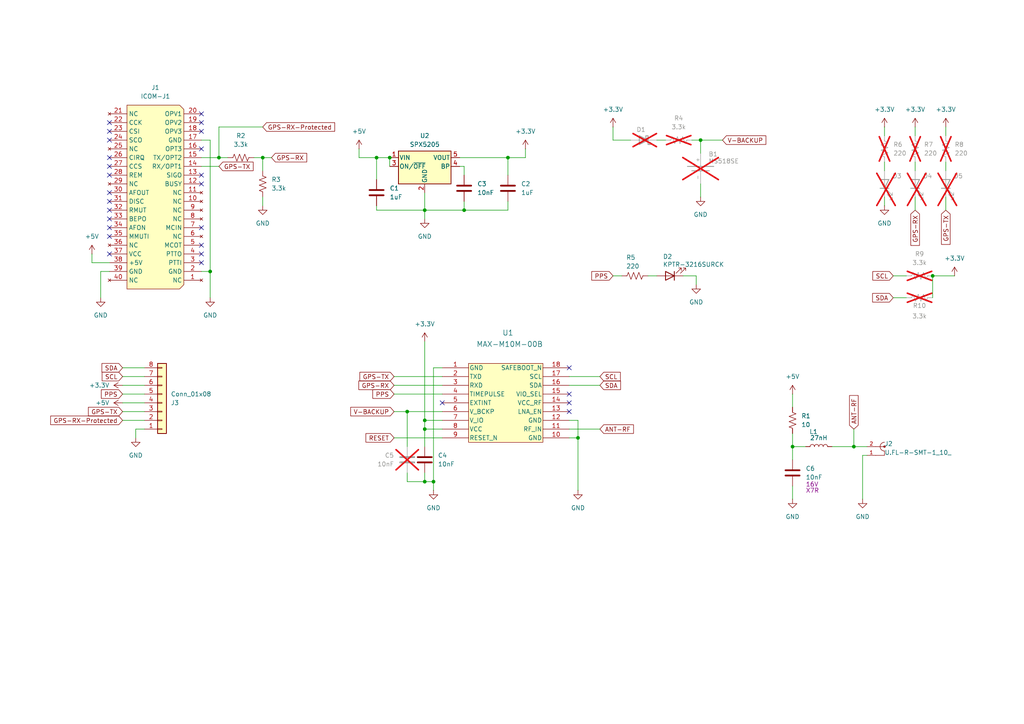
<source format=kicad_sch>
(kicad_sch (version 20231120) (generator "eeschema") (generator_version "8.0")
  (paper "A4")
  (title_block (title "ICOM Internal GPS Module") (date "2024-03-12") (rev "1.0") (company "MSF") (comment 1 "Frédéric Druppel"))
  (lib_symbols
    (symbol "2024-03-11_12-39-59:MAX-M10M-00B" (pin_names (offset 0.254))
      (property "Reference" "U" (at 18.288 7.874 0))
      (property "Value" "MAX-M10M-00B" (at 18.288 5.334 0))
      (symbol "MAX-M10M-00B_0_1"
        (pin power_out line (at 0 0 0) (length 7.62) (name "GND") (number "1"))
        (pin power_out line (at 36.83 -20.32 180) (length 7.62) (name "GND") (number "10"))
        (pin input line (at 36.83 -17.78 180) (length 7.62) (name "RF_IN") (number "11"))
        (pin power_out line (at 36.83 -15.24 180) (length 7.62) (name "GND") (number "12"))
        (pin output line (at 36.83 -12.7 180) (length 7.62) (name "LNA_EN") (number "13"))
        (pin output line (at 36.83 -10.16 180) (length 7.62) (name "VCC_RF") (number "14"))
        (pin input line (at 36.83 -7.62 180) (length 7.62) (name "VIO_SEL") (number "15"))
        (pin bidirectional line (at 36.83 -5.08 180) (length 7.62) (name "SDA") (number "16"))
        (pin input line (at 36.83 -2.54 180) (length 7.62) (name "SCL") (number "17"))
        (pin input line (at 36.83 0 180) (length 7.62) (name "SAFEBOOT_N") (number "18"))
        (pin output line (at 0 -2.54 0) (length 7.62) (name "TXD") (number "2"))
        (pin input line (at 0 -5.08 0) (length 7.62) (name "RXD") (number "3"))
        (pin output line (at 0 -7.62 0) (length 7.62) (name "TIMEPULSE") (number "4"))
        (pin input line (at 0 -10.16 0) (length 7.62) (name "EXTINT") (number "5"))
        (pin power_in line (at 0 -12.7 0) (length 7.62) (name "V_BCKP") (number "6"))
        (pin power_in line (at 0 -15.24 0) (length 7.62) (name "V_IO") (number "7"))
        (pin power_in line (at 0 -17.78 0) (length 7.62) (name "VCC") (number "8"))
        (pin input line (at 0 -20.32 0) (length 7.62) (name "RESET_N") (number "9"))
      )
      (symbol "MAX-M10M-00B_1_1"
        (rectangle (start 7.62 1.27) (end 29.21 -21.59) (fill (type background)))
      )
    )
    (symbol "Connector_Generic:Conn_01x08" (pin_names (offset 1.016) hide)
      (property "Reference" "J" (at 0 10.16 0))
      (property "Value" "Conn_01x08" (at 0 -12.7 0))
      (symbol "Conn_01x08_1_1"
        (rectangle (start -1.27 -10.033) (end 0 -10.287) (stroke (width 0.1524)))
        (rectangle (start -1.27 -7.493) (end 0 -7.747) (stroke (width 0.1524)))
        (rectangle (start -1.27 -4.953) (end 0 -5.207) (stroke (width 0.1524)))
        (rectangle (start -1.27 -2.413) (end 0 -2.667) (stroke (width 0.1524)))
        (rectangle (start -1.27 0.127) (end 0 -0.127) (stroke (width 0.1524)))
        (rectangle (start -1.27 2.667) (end 0 2.413) (stroke (width 0.1524)))
        (rectangle (start -1.27 5.207) (end 0 4.953) (stroke (width 0.1524)))
        (rectangle (start -1.27 7.747) (end 0 7.493) (stroke (width 0.1524)))
        (rectangle (start -1.27 8.89) (end 1.27 -11.43) (stroke (width 0.254)) (fill (type background)))
        (pin passive line (at -5.08 7.62 0) (length 3.81) (name "Pin_1") (number "1"))
        (pin passive line (at -5.08 5.08 0) (length 3.81) (name "Pin_2") (number "2"))
        (pin passive line (at -5.08 2.54 0) (length 3.81) (name "Pin_3") (number "3"))
        (pin passive line (at -5.08 0 0) (length 3.81) (name "Pin_4") (number "4"))
        (pin passive line (at -5.08 -2.54 0) (length 3.81) (name "Pin_5") (number "5"))
        (pin passive line (at -5.08 -5.08 0) (length 3.81) (name "Pin_6") (number "6"))
        (pin passive line (at -5.08 -7.62 0) (length 3.81) (name "Pin_7") (number "7"))
        (pin passive line (at -5.08 -10.16 0) (length 3.81) (name "Pin_8") (number "8"))
      )
    )
    (symbol "Device:C" (pin_numbers hide) (pin_names (offset 0.254))
      (property "Reference" "C" (at 0.635 2.54 0))
      (property "Value" "C" (at 0.635 -2.54 0))
      (symbol "C_0_1"
        (polyline (pts (xy -2.032 -0.762) (xy 2.032 -0.762)) (stroke (width 0.508)))
        (polyline (pts (xy -2.032 0.762) (xy 2.032 0.762)) (stroke (width 0.508)))
      )
      (symbol "C_1_1"
        (pin passive line (at 0 3.81 270) (length 2.794) (name "~") (number "1"))
        (pin passive line (at 0 -3.81 90) (length 2.794) (name "~") (number "2"))
      )
    )
    (symbol "Device:D_Schottky" (pin_numbers hide) (pin_names (offset 1.016) hide)
      (property "Reference" "D" (at 0 2.54 0))
      (property "Value" "D_Schottky" (at 0 -2.54 0))
      (symbol "D_Schottky_0_1"
        (polyline (pts (xy 1.27 0) (xy -1.27 0)))
        (polyline (pts (xy 1.27 1.27) (xy 1.27 -1.27) (xy -1.27 0) (xy 1.27 1.27)) (stroke (width 0.254)))
        (polyline (pts (xy -1.905 0.635) (xy -1.905 1.27) (xy -1.27 1.27) (xy -1.27 -1.27) (xy -0.635 -1.27) (xy -0.635 -0.635)) (stroke (width 0.254)))
      )
      (symbol "D_Schottky_1_1"
        (pin passive line (at -3.81 0 0) (length 2.54) (name "K") (number "1"))
        (pin passive line (at 3.81 0 180) (length 2.54) (name "A") (number "2"))
      )
    )
    (symbol "Device:L" (pin_numbers hide) (pin_names (offset 1.016) hide)
      (property "Reference" "L" (at -1.27 0 90))
      (property "Value" "L" (at 1.905 0 90))
      (symbol "L_0_1"
        (arc (start 0 -2.54) (mid 0.6323 -1.905) (end 0 -1.27))
        (arc (start 0 -1.27) (mid 0.6323 -0.635) (end 0 0))
        (arc (start 0 0) (mid 0.6323 0.635) (end 0 1.27))
        (arc (start 0 1.27) (mid 0.6323 1.905) (end 0 2.54))
      )
      (symbol "L_1_1"
        (pin passive line (at 0 3.81 270) (length 1.27) (name "1") (number "1"))
        (pin passive line (at 0 -3.81 90) (length 1.27) (name "2") (number "2"))
      )
    )
    (symbol "Device:LED" (pin_numbers hide) (pin_names (offset 1.016) hide)
      (property "Reference" "D" (at 0 2.54 0))
      (property "Value" "LED" (at 0 -2.54 0))
      (symbol "LED_0_1"
        (polyline (pts (xy -1.27 -1.27) (xy -1.27 1.27)) (stroke (width 0.254)))
        (polyline (pts (xy -1.27 0) (xy 1.27 0)))
        (polyline (pts (xy 1.27 -1.27) (xy 1.27 1.27) (xy -1.27 0) (xy 1.27 -1.27)) (stroke (width 0.254)))
        (polyline (pts (xy -3.048 -0.762) (xy -4.572 -2.286) (xy -3.81 -2.286) (xy -4.572 -2.286) (xy -4.572 -1.524)))
        (polyline (pts (xy -1.778 -0.762) (xy -3.302 -2.286) (xy -2.54 -2.286) (xy -3.302 -2.286) (xy -3.302 -1.524)))
      )
      (symbol "LED_1_1"
        (pin passive line (at -3.81 0 0) (length 2.54) (name "K") (number "1"))
        (pin passive line (at 3.81 0 180) (length 2.54) (name "A") (number "2"))
      )
    )
    (symbol "Device:R_US" (pin_numbers hide) (pin_names (offset 0))
      (property "Reference" "R" (at 2.54 0 90))
      (property "Value" "R_US" (at -2.54 0 90))
      (symbol "R_US_0_1"
        (polyline (pts (xy 0 -2.286) (xy 0 -2.54)))
        (polyline (pts (xy 0 2.286) (xy 0 2.54)))
        (polyline (pts (xy 0 -0.762) (xy 1.016 -1.143) (xy 0 -1.524) (xy -1.016 -1.905) (xy 0 -2.286)))
        (polyline (pts (xy 0 0.762) (xy 1.016 0.381) (xy 0 0) (xy -1.016 -0.381) (xy 0 -0.762)))
        (polyline (pts (xy 0 2.286) (xy 1.016 1.905) (xy 0 1.524) (xy -1.016 1.143) (xy 0 0.762)))
      )
      (symbol "R_US_1_1"
        (pin passive line (at 0 3.81 270) (length 1.27) (name "~") (number "1"))
        (pin passive line (at 0 -3.81 90) (length 1.27) (name "~") (number "2"))
      )
    )
    (symbol "ICOM-J1-J2:ICOM-J1"
      (property "Reference" "J" (at 5.08 7.62 0))
      (property "Value" "ICOM-J1" (at 5.08 5.08 0))
      (symbol "ICOM-J1_1_1"
        (polyline (pts (xy 5.08 -50.8) (xy 5.08 2.54) (xy 20.32 2.54) (xy 21.59 1.27) (xy 21.59 -49.53) (xy 20.32 -50.8) (xy 5.08 -50.8)) (fill (type background)))
        (pin no_connect line (at 26.67 -48.26 180) (length 5.08) (name "NC") (number "1"))
        (pin no_connect line (at 26.67 -25.4 180) (length 5.08) (name "NC") (number "10"))
        (pin no_connect line (at 26.67 -22.86 180) (length 5.08) (name "NC") (number "11"))
        (pin passive line (at 26.67 -20.32 180) (length 5.08) (name "BUSY") (number "12"))
        (pin passive line (at 26.67 -17.78 180) (length 5.08) (name "SIGO") (number "13"))
        (pin passive line (at 26.67 -15.24 180) (length 5.08) (name "RX/OPT1") (number "14"))
        (pin passive line (at 26.67 -12.7 180) (length 5.08) (name "TX/OPT2") (number "15"))
        (pin passive line (at 26.67 -10.16 180) (length 5.08) (name "OPT3") (number "16"))
        (pin passive line (at 26.67 -7.62 180) (length 5.08) (name "GND") (number "17"))
        (pin passive line (at 26.67 -5.08 180) (length 5.08) (name "OPV3") (number "18"))
        (pin passive line (at 26.67 -2.54 180) (length 5.08) (name "OPV2") (number "19"))
        (pin passive line (at 26.67 -45.72 180) (length 5.08) (name "GND") (number "2"))
        (pin passive line (at 26.67 0 180) (length 5.08) (name "OPV1") (number "20"))
        (pin no_connect line (at 0 0 0) (length 5.08) (name "NC") (number "21"))
        (pin passive line (at 0 -2.54 0) (length 5.08) (name "CCK") (number "22"))
        (pin passive line (at 0 -5.08 0) (length 5.08) (name "CSI") (number "23"))
        (pin passive line (at 0 -7.62 0) (length 5.08) (name "SCO") (number "24"))
        (pin no_connect line (at 0 -10.16 0) (length 5.08) (name "NC") (number "25"))
        (pin passive line (at 0 -12.7 0) (length 5.08) (name "CIRQ") (number "26"))
        (pin passive line (at 0 -15.24 0) (length 5.08) (name "CCS") (number "27"))
        (pin passive line (at 0 -17.78 0) (length 5.08) (name "REM") (number "28"))
        (pin no_connect line (at 0 -20.32 0) (length 5.08) (name "NC") (number "29"))
        (pin passive line (at 26.67 -43.18 180) (length 5.08) (name "PTTI") (number "3"))
        (pin passive line (at 0 -22.86 0) (length 5.08) (name "AFOUT") (number "30"))
        (pin passive line (at 0 -25.4 0) (length 5.08) (name "DISC") (number "31"))
        (pin passive line (at 0 -27.94 0) (length 5.08) (name "RMUT") (number "32"))
        (pin passive line (at 0 -30.48 0) (length 5.08) (name "BEPO") (number "33"))
        (pin passive line (at 0 -33.02 0) (length 5.08) (name "AFON") (number "34"))
        (pin passive line (at 0 -35.56 0) (length 5.08) (name "MMUTI") (number "35"))
        (pin no_connect line (at 0 -38.1 0) (length 5.08) (name "NC") (number "36"))
        (pin passive line (at 0 -40.64 0) (length 5.08) (name "VCC") (number "37"))
        (pin passive line (at 0 -43.18 0) (length 5.08) (name "+5V") (number "38"))
        (pin passive line (at 0 -45.72 0) (length 5.08) (name "GND") (number "39"))
        (pin passive line (at 26.67 -40.64 180) (length 5.08) (name "PTTO") (number "4"))
        (pin no_connect line (at 0 -48.26 0) (length 5.08) (name "NC") (number "40"))
        (pin passive line (at 26.67 -38.1 180) (length 5.08) (name "MCOT") (number "5"))
        (pin no_connect line (at 26.67 -35.56 180) (length 5.08) (name "NC") (number "6"))
        (pin passive line (at 26.67 -33.02 180) (length 5.08) (name "MCIN") (number "7"))
        (pin no_connect line (at 26.67 -30.48 180) (length 5.08) (name "NC") (number "8"))
        (pin no_connect line (at 26.67 -27.94 180) (length 5.08) (name "NC") (number "9"))
      )
    )
    (symbol "LED_1" (pin_numbers hide) (pin_names (offset 1.016) hide)
      (property "Reference" "D2" (at 2.032 -5.588 0))
      (property "Value" "KPTR-3216SURCK" (at 2.032 -3.302 0))
      (symbol "LED_1_0_1"
        (polyline (pts (xy -1.27 -1.27) (xy -1.27 1.27)) (stroke (width 0.254)))
        (polyline (pts (xy -1.27 0) (xy 1.27 0)))
        (polyline (pts (xy 1.27 -1.27) (xy 1.27 1.27) (xy -1.27 0) (xy 1.27 -1.27)) (stroke (width 0.254)))
        (polyline (pts (xy -3.048 -0.762) (xy -4.572 -2.286) (xy -3.81 -2.286) (xy -4.572 -2.286) (xy -4.572 -1.524)))
        (polyline (pts (xy -1.778 -0.762) (xy -3.302 -2.286) (xy -2.54 -2.286) (xy -3.302 -2.286) (xy -3.302 -1.524)))
      )
      (symbol "LED_1_1_1"
        (pin passive line (at 3.81 0 180) (length 2.54) (name "A") (number "1"))
        (pin passive line (at -3.81 0 0) (length 2.54) (name "K") (number "2"))
      )
    )
    (symbol "MS518SE:MS518SE" (pin_names (offset 1.016))
      (property "Reference" "B" (at 3.302 5.08 0))
      (property "Value" "MS518SE" (at 6.858 0.762 0))
      (symbol "MS518SE_0_0"
        (polyline (pts (xy -3.81 0) (xy 3.81 0)) (stroke (width 0.254)))
        (polyline (pts (xy -2.54 -1.27) (xy 2.54 -1.27)) (stroke (width 0.254)))
      )
      (symbol "MS518SE_1_0"
        (pin bidirectional line (at 0 3.81 270) (length 3.81) (name "") (number "+"))
        (pin bidirectional line (at 0 -5.08 90) (length 3.81) (name "") (number "-"))
      )
    )
    (symbol "Regulator_Linear:TC2015-3.3VxCTTR" (pin_names (offset 0.254))
      (property "Reference" "U" (at -6.35 5.715 0))
      (property "Value" "TC2015-3.3VxCTTR" (at 0 5.715 0))
      (symbol "TC2015-3.3VxCTTR_0_1"
        (rectangle (start -7.62 -5.08) (end 7.62 4.445) (stroke (width 0.254)) (fill (type background)))
      )
      (symbol "TC2015-3.3VxCTTR_1_1"
        (pin power_in line (at -10.16 2.54 0) (length 2.54) (name "VIN") (number "1"))
        (pin power_in line (at 0 -7.62 90) (length 2.54) (name "GND") (number "2"))
        (pin input line (at -10.16 0 0) (length 2.54) (name "ON/~{OFF}") (number "3"))
        (pin input line (at 10.16 0 180) (length 2.54) (name "BP") (number "4"))
        (pin power_out line (at 10.16 2.54 180) (length 2.54) (name "VOUT") (number "5"))
      )
    )
    (symbol "U.FL-R-SMT-1_10_:U.FL-R-SMT-1_10_" (pin_names (offset 1.016))
      (property "Reference" "J" (at -2.5406 5.0869 0))
      (property "Value" "U.FL-R-SMT-1_10_" (at -2.6677 -7.6346 0))
      (symbol "U.FL-R-SMT-1_10__0_0"
        (pin passive line (at -2.54 -2.54 0) (length 2.54) (name "~") (number "1"))
      )
      (symbol "U.FL-R-SMT-1_10__0_1"
        (polyline (pts (xy 0 0) (xy 2.54 0)))
      )
      (symbol "U.FL-R-SMT-1_10__1_0"
        (pin passive line (at -2.54 0 0) (length 2.54) (name "~") (number "2"))
        (pin passive line (at -2.54 -2.54 0) (length 2.54) hide (name "~") (number "3"))
      )
      (symbol "U.FL-R-SMT-1_10__1_1"
        (polyline (pts (xy 0 -2.54) (xy 2.54 -2.54) (xy 2.54 -1.27)))
        (circle (center 2.54 0) (radius 0.254) (fill (type outline)))
        (arc (start 2.54 1.27) (mid 1.27 0) (end 2.54 -1.27))
      )
    )
    (symbol "power:+3.3V" (power) (pin_numbers hide) (pin_names (offset 0) hide)
      (property "Value" "+3.3V" (at 0 3.556 0))
      (symbol "+3.3V_0_1"
        (polyline (pts (xy -0.762 1.27) (xy 0 2.54)))
        (polyline (pts (xy 0 0) (xy 0 2.54)))
        (polyline (pts (xy 0 2.54) (xy 0.762 1.27)))
      )
      (symbol "+3.3V_1_1"
        (pin power_in line (at 0 0 90) (length 0) (name "~") (number "1"))
      )
    )
    (symbol "power:+5V" (power) (pin_numbers hide) (pin_names (offset 0) hide)
      (property "Value" "+5V" (at 0 3.556 0))
      (symbol "+5V_0_1"
        (polyline (pts (xy -0.762 1.27) (xy 0 2.54)))
        (polyline (pts (xy 0 0) (xy 0 2.54)))
        (polyline (pts (xy 0 2.54) (xy 0.762 1.27)))
      )
      (symbol "+5V_1_1"
        (pin power_in line (at 0 0 90) (length 0) (name "~") (number "1"))
      )
    )
    (symbol "power:GND" (power) (pin_numbers hide) (pin_names (offset 0) hide)
      (property "Value" "GND" (at 0 -3.81 0))
      (symbol "GND_0_1"
        (polyline (pts (xy 0 0) (xy 0 -1.27) (xy 1.27 -1.27) (xy 0 -2.54) (xy -1.27 -1.27) (xy 0 -1.27)))
      )
      (symbol "GND_1_1"
        (pin power_in line (at 0 0 270) (length 0) (name "~") (number "1"))
      )
    )
  )
  (junction (at 229.87 129.54))
  (junction (at 123.19 124.46))
  (junction (at 113.03 45.72))
  (junction (at 203.2 40.64))
  (junction (at 123.19 60.96))
  (junction (at 247.65 129.54))
  (junction (at 109.22 45.72))
  (junction (at 167.64 127))
  (junction (at 147.32 45.72))
  (junction (at 270.51 80.01))
  (junction (at 118.11 119.38))
  (junction (at 125.73 139.7))
  (junction (at 63.5 45.72))
  (junction (at 76.2 45.72))
  (junction (at 123.19 139.7))
  (junction (at 60.96 78.74))
  (junction (at 123.19 121.92))
  (junction (at 134.62 60.96))
  (no_connect (at 165.1 114.3))
  (no_connect (at 58.42 43.18))
  (no_connect (at 165.1 116.84))
  (no_connect (at 58.42 76.2))
  (no_connect (at 58.42 35.56))
  (no_connect (at 31.75 68.58))
  (no_connect (at 58.42 50.8))
  (no_connect (at 31.75 63.5))
  (no_connect (at 58.42 73.66))
  (no_connect (at 31.75 35.56))
  (no_connect (at 31.75 66.04))
  (no_connect (at 165.1 119.38))
  (no_connect (at 58.42 53.34))
  (no_connect (at 165.1 106.68))
  (no_connect (at 31.75 60.96))
  (no_connect (at 58.42 66.04))
  (no_connect (at 31.75 73.66))
  (no_connect (at 31.75 38.1))
  (no_connect (at 31.75 48.26))
  (no_connect (at 31.75 55.88))
  (no_connect (at 128.27 116.84))
  (no_connect (at 58.42 71.12))
  (no_connect (at 58.42 38.1))
  (no_connect (at 58.42 33.02))
  (no_connect (at 31.75 50.8))
  (no_connect (at 31.75 45.72))
  (no_connect (at 31.75 58.42))
  (no_connect (at 31.75 40.64))
  (wire (pts (xy 123.19 55.88) (xy 123.19 60.96)))
  (wire (pts (xy 203.2 40.64) (xy 203.2 44.45)))
  (wire (pts (xy 152.4 43.18) (xy 152.4 45.72)))
  (wire (pts (xy 114.3 111.76) (xy 128.27 111.76)))
  (wire (pts (xy 123.19 99.06) (xy 123.19 121.92)))
  (wire (pts (xy 104.14 45.72) (xy 104.14 43.18)))
  (wire (pts (xy 76.2 36.83) (xy 63.5 36.83)))
  (wire (pts (xy 29.21 78.74) (xy 31.75 78.74)))
  (wire (pts (xy 274.32 57.15) (xy 274.32 60.96)))
  (wire (pts (xy 118.11 137.16) (xy 118.11 139.7)))
  (wire (pts (xy 123.19 60.96) (xy 123.19 63.5)))
  (wire (pts (xy 114.3 119.38) (xy 118.11 119.38)))
  (wire (pts (xy 165.1 121.92) (xy 167.64 121.92)))
  (wire (pts (xy 123.19 137.16) (xy 123.19 139.7)))
  (wire (pts (xy 123.19 139.7) (xy 125.73 139.7)))
  (wire (pts (xy 109.22 59.69) (xy 109.22 60.96)))
  (wire (pts (xy 41.91 114.3) (xy 35.56 114.3)))
  (wire (pts (xy 31.75 76.2) (xy 26.67 76.2)))
  (wire (pts (xy 177.8 80.01) (xy 180.34 80.01)))
  (wire (pts (xy 270.51 80.01) (xy 276.86 80.01)))
  (wire (pts (xy 274.32 46.99) (xy 274.32 49.53)))
  (wire (pts (xy 114.3 114.3) (xy 128.27 114.3)))
  (wire (pts (xy 118.11 119.38) (xy 128.27 119.38)))
  (wire (pts (xy 76.2 45.72) (xy 76.2 49.53)))
  (wire (pts (xy 229.87 129.54) (xy 233.68 129.54)))
  (wire (pts (xy 35.56 109.22) (xy 41.91 109.22)))
  (wire (pts (xy 241.3 129.54) (xy 247.65 129.54)))
  (wire (pts (xy 125.73 106.68) (xy 125.73 139.7)))
  (wire (pts (xy 256.54 57.15) (xy 256.54 59.69)))
  (wire (pts (xy 165.1 127) (xy 167.64 127)))
  (wire (pts (xy 58.42 45.72) (xy 63.5 45.72)))
  (wire (pts (xy 118.11 119.38) (xy 118.11 129.54)))
  (wire (pts (xy 203.2 40.64) (xy 209.55 40.64)))
  (wire (pts (xy 165.1 109.22) (xy 173.99 109.22)))
  (wire (pts (xy 201.93 82.55) (xy 201.93 80.01)))
  (wire (pts (xy 250.19 144.78) (xy 250.19 132.08)))
  (wire (pts (xy 274.32 36.83) (xy 274.32 39.37)))
  (wire (pts (xy 123.19 121.92) (xy 123.19 124.46)))
  (wire (pts (xy 134.62 48.26) (xy 134.62 50.8)))
  (wire (pts (xy 63.5 36.83) (xy 63.5 45.72)))
  (wire (pts (xy 113.03 45.72) (xy 113.03 48.26)))
  (wire (pts (xy 256.54 46.99) (xy 256.54 49.53)))
  (wire (pts (xy 259.08 80.01) (xy 262.89 80.01)))
  (wire (pts (xy 247.65 129.54) (xy 251.46 129.54)))
  (wire (pts (xy 229.87 125.73) (xy 229.87 129.54)))
  (wire (pts (xy 60.96 78.74) (xy 60.96 86.36)))
  (wire (pts (xy 147.32 60.96) (xy 134.62 60.96)))
  (wire (pts (xy 39.37 124.46) (xy 39.37 127)))
  (wire (pts (xy 109.22 45.72) (xy 109.22 52.07)))
  (wire (pts (xy 229.87 144.78) (xy 229.87 140.97)))
  (wire (pts (xy 58.42 40.64) (xy 60.96 40.64)))
  (wire (pts (xy 60.96 40.64) (xy 60.96 78.74)))
  (wire (pts (xy 265.43 46.99) (xy 265.43 49.53)))
  (wire (pts (xy 41.91 116.84) (xy 35.56 116.84)))
  (wire (pts (xy 247.65 124.46) (xy 247.65 129.54)))
  (wire (pts (xy 190.5 40.64) (xy 193.04 40.64)))
  (wire (pts (xy 133.35 48.26) (xy 134.62 48.26)))
  (wire (pts (xy 114.3 127) (xy 128.27 127)))
  (wire (pts (xy 35.56 111.76) (xy 41.91 111.76)))
  (wire (pts (xy 167.64 127) (xy 167.64 142.24)))
  (wire (pts (xy 147.32 45.72) (xy 147.32 50.8)))
  (wire (pts (xy 167.64 121.92) (xy 167.64 127)))
  (wire (pts (xy 63.5 45.72) (xy 66.04 45.72)))
  (wire (pts (xy 125.73 142.24) (xy 125.73 139.7)))
  (wire (pts (xy 259.08 86.36) (xy 262.89 86.36)))
  (wire (pts (xy 58.42 48.26) (xy 63.5 48.26)))
  (wire (pts (xy 270.51 80.01) (xy 270.51 86.36)))
  (wire (pts (xy 58.42 78.74) (xy 60.96 78.74)))
  (wire (pts (xy 177.8 40.64) (xy 182.88 40.64)))
  (wire (pts (xy 134.62 60.96) (xy 134.62 58.42)))
  (wire (pts (xy 73.66 45.72) (xy 76.2 45.72)))
  (wire (pts (xy 147.32 58.42) (xy 147.32 60.96)))
  (wire (pts (xy 123.19 121.92) (xy 128.27 121.92)))
  (wire (pts (xy 26.67 76.2) (xy 26.67 73.66)))
  (wire (pts (xy 201.93 80.01) (xy 198.12 80.01)))
  (wire (pts (xy 35.56 106.68) (xy 41.91 106.68)))
  (wire (pts (xy 35.56 121.92) (xy 41.91 121.92)))
  (wire (pts (xy 256.54 36.83) (xy 256.54 39.37)))
  (wire (pts (xy 123.19 124.46) (xy 123.19 129.54)))
  (wire (pts (xy 35.56 119.38) (xy 41.91 119.38)))
  (wire (pts (xy 165.1 111.76) (xy 173.99 111.76)))
  (wire (pts (xy 125.73 106.68) (xy 128.27 106.68)))
  (wire (pts (xy 104.14 45.72) (xy 109.22 45.72)))
  (wire (pts (xy 123.19 60.96) (xy 134.62 60.96)))
  (wire (pts (xy 41.91 124.46) (xy 39.37 124.46)))
  (wire (pts (xy 29.21 86.36) (xy 29.21 78.74)))
  (wire (pts (xy 203.2 53.34) (xy 203.2 57.15)))
  (wire (pts (xy 152.4 45.72) (xy 147.32 45.72)))
  (wire (pts (xy 109.22 60.96) (xy 123.19 60.96)))
  (wire (pts (xy 200.66 40.64) (xy 203.2 40.64)))
  (wire (pts (xy 229.87 129.54) (xy 229.87 133.35)))
  (wire (pts (xy 123.19 124.46) (xy 128.27 124.46)))
  (wire (pts (xy 76.2 45.72) (xy 78.74 45.72)))
  (wire (pts (xy 250.19 132.08) (xy 251.46 132.08)))
  (wire (pts (xy 147.32 45.72) (xy 133.35 45.72)))
  (wire (pts (xy 76.2 57.15) (xy 76.2 59.69)))
  (wire (pts (xy 114.3 109.22) (xy 128.27 109.22)))
  (wire (pts (xy 187.96 80.01) (xy 190.5 80.01)))
  (wire (pts (xy 165.1 124.46) (xy 173.99 124.46)))
  (wire (pts (xy 265.43 36.83) (xy 265.43 39.37)))
  (wire (pts (xy 118.11 139.7) (xy 123.19 139.7)))
  (wire (pts (xy 229.87 114.3) (xy 229.87 118.11)))
  (wire (pts (xy 265.43 57.15) (xy 265.43 60.96)))
  (wire (pts (xy 109.22 45.72) (xy 113.03 45.72)))
  (wire (pts (xy 177.8 36.83) (xy 177.8 40.64)))
  (global_label "SDA" (shape input) (at 35.56 106.68 180) (property "Intersheetrefs" "${INTERSHEET_REFS}" (effects (hide yes))))
  (global_label "SDA" (shape input) (at 259.08 86.36 180) (property "Intersheetrefs" "${INTERSHEET_REFS}" (effects (hide yes))))
  (global_label "GPS-RX" (shape input) (at 78.74 45.72 0) (property "Intersheetrefs" "${INTERSHEET_REFS}" (effects (hide yes))))
  (global_label "GPS-RX-Protected" (shape input) (at 35.56 121.92 180) (property "Intersheetrefs" "${INTERSHEET_REFS}" (effects (hide yes))))
  (global_label "ANT-RF" (shape input) (at 173.99 124.46 0) (property "Intersheetrefs" "${INTERSHEET_REFS}" (effects (hide yes))))
  (global_label "SCL" (shape input) (at 173.99 109.22 0) (property "Intersheetrefs" "${INTERSHEET_REFS}" (effects (hide yes))))
  (global_label "GPS-RX" (shape input) (at 114.3 111.76 180) (property "Intersheetrefs" "${INTERSHEET_REFS}" (effects (hide yes))))
  (global_label "RESET" (shape input) (at 114.3 127 180) (property "Intersheetrefs" "${INTERSHEET_REFS}" (effects (hide yes))))
  (global_label "GPS-RX-Protected" (shape input) (at 76.2 36.83 0) (property "Intersheetrefs" "${INTERSHEET_REFS}" (effects (hide yes))))
  (global_label "GPS-TX" (shape input) (at 35.56 119.38 180) (property "Intersheetrefs" "${INTERSHEET_REFS}" (effects (hide yes))))
  (global_label "PPS" (shape input) (at 177.8 80.01 180) (property "Intersheetrefs" "${INTERSHEET_REFS}" (effects (hide yes))))
  (global_label "GPS-TX" (shape input) (at 63.5 48.26 0) (property "Intersheetrefs" "${INTERSHEET_REFS}" (effects (hide yes))))
  (global_label "V-BACKUP" (shape input) (at 114.3 119.38 180) (property "Intersheetrefs" "${INTERSHEET_REFS}" (effects (hide yes))))
  (global_label "GPS-RX" (shape input) (at 265.43 60.96 270) (property "Intersheetrefs" "${INTERSHEET_REFS}" (effects (hide yes))))
  (global_label "ANT-RF" (shape input) (at 247.65 124.46 90) (property "Intersheetrefs" "${INTERSHEET_REFS}" (effects (hide yes))))
  (global_label "GPS-TX" (shape input) (at 274.32 60.96 270) (property "Intersheetrefs" "${INTERSHEET_REFS}" (effects (hide yes))))
  (global_label "PPS" (shape input) (at 114.3 114.3 180) (property "Intersheetrefs" "${INTERSHEET_REFS}" (effects (hide yes))))
  (global_label "SCL" (shape input) (at 259.08 80.01 180) (property "Intersheetrefs" "${INTERSHEET_REFS}" (effects (hide yes))))
  (global_label "V-BACKUP" (shape input) (at 209.55 40.64 0) (property "Intersheetrefs" "${INTERSHEET_REFS}" (effects (hide yes))))
  (global_label "SCL" (shape input) (at 35.56 109.22 180) (property "Intersheetrefs" "${INTERSHEET_REFS}" (effects (hide yes))))
  (global_label "PPS" (shape input) (at 35.56 114.3 180) (property "Intersheetrefs" "${INTERSHEET_REFS}" (effects (hide yes))))
  (global_label "GPS-TX" (shape input) (at 114.3 109.22 180) (property "Intersheetrefs" "${INTERSHEET_REFS}" (effects (hide yes))))
  (global_label "SDA" (shape input) (at 173.99 111.76 0) (property "Intersheetrefs" "${INTERSHEET_REFS}" (effects (hide yes))))
  (symbol (lib_id "Device:R_US") (at 229.87 121.92 0) (unit 1)
    (property "Reference" "R1" (at 232.41 120.6499 0) (effects (justify left)))
    (property "Value" "10" (at 232.41 123.1899 0) (effects (justify left)))
    (property "Footprint" "Resistor_SMD:R_0603_1608Metric" (effects (hide yes)))
    (property "Description" "Resistor, US symbol" (effects (hide yes)))
  )
  (symbol (lib_id "Device:LED") (at 256.54 53.34 90) (unit 1) (dnp yes)
    (property "Reference" "D3" (at 258.826 51.054 90) (effects (justify right)))
    (property "Value" "XL-3216SURC" (effects (hide yes)))
    (property "Footprint" "LED_SMD:LED_1206_3216Metric" (effects (hide yes)))
    (property "Datasheet" "https://www.lcsc.com/datasheet/lcsc_datasheet_2402181505_XINGLIGHT-XL-3216SURC_C965822.pdf" (effects (hide yes)))
    (property "Description" "Light emitting diode" (effects (hide yes)))
  )
  (symbol (lib_id "power:GND") (at 250.19 144.78 0) (unit 1)
    (property "Reference" "#PWR08" (effects (hide yes)))
    (property "Value" "GND" (at 250.19 149.86 0))
    (property "Description" "Power symbol creates a global label with name \"GND\" , ground" (effects (hide yes)))
  )
  (symbol (lib_id "power:+5V") (at 104.14 43.18 0) (unit 1)
    (property "Reference" "#PWR015" (effects (hide yes)))
    (property "Value" "+5V" (at 104.14 38.1 0))
    (property "Description" "Power symbol creates a global label with name \"+5V\"" (effects (hide yes)))
  )
  (symbol (lib_id "Device:LED") (at 265.43 53.34 90) (unit 1) (dnp yes)
    (property "Reference" "D4" (at 267.716 51.054 90) (effects (justify right)))
    (property "Value" "XL-3216UOC" (effects (hide yes)))
    (property "Footprint" "LED_SMD:LED_1206_3216Metric" (effects (hide yes)))
    (property "Datasheet" "https://www.lcsc.com/datasheet/lcsc_datasheet_2402181505_XINGLIGHT-XL-3216UOC_C965823.pdf" (effects (hide yes)))
    (property "Description" "Light emitting diode" (effects (hide yes)))
  )
  (symbol (lib_id "Device:R_US") (at 69.85 45.72 90) (unit 1)
    (property "Reference" "R2" (at 69.85 39.37 90))
    (property "Value" "3.3k" (at 69.85 41.91 90))
    (property "Footprint" "Resistor_SMD:R_0603_1608Metric" (effects (hide yes)))
    (property "Description" "Resistor, US symbol" (effects (hide yes)))
  )
  (symbol (lib_name "LED_1") (lib_id "Device:LED") (at 194.31 80.01 180) (unit 1)
    (property "Reference" "D2" (at 192.278 74.422 0) (effects (justify right)))
    (property "Value" "KPTR-3216SURCK" (at 192.278 76.708 0) (effects (justify right)))
    (property "Footprint" "KINGBRIGHT KPTR-3216SURCK:LED320X125X130N" (effects (hide yes)))
    (property "Datasheet" "https://www.farnell.com/datasheets/2045968.pdf" (effects (hide yes)))
    (property "Description" "Light emitting diode" (effects (hide yes)))
  )
  (symbol (lib_id "power:+5V") (at 229.87 114.3 0) (unit 1)
    (property "Reference" "#PWR010" (effects (hide yes)))
    (property "Value" "+5V" (at 229.87 109.22 0))
    (property "Description" "Power symbol creates a global label with name \"+5V\"" (effects (hide yes)))
  )
  (symbol (lib_id "power:+3.3V") (at 265.43 36.83 0) (unit 1)
    (property "Reference" "#PWR019" (effects (hide yes)))
    (property "Value" "+3.3V" (at 265.43 31.75 0))
    (property "Description" "Power symbol creates a global label with name \"+3.3V\"" (effects (hide yes)))
  )
  (symbol (lib_id "U.FL-R-SMT-1_10_:U.FL-R-SMT-1_10_") (at 254 129.54 0) (unit 1)
    (property "Reference" "J2" (at 256.54 128.7144 0) (effects (justify left)))
    (property "Value" "U.FL-R-SMT-1_10_" (at 256.54 131.2544 0) (effects (justify left)))
    (property "Footprint" "U.FL-R-SMT-1_10:HRS_U.FL-R-SMT-1_10_" (effects (hide yes)))
    (property "MF" "Hirose Connector" (effects (hide yes)))
    (property "DESCRIPTION" "U.FL Series 6 Ghz 50 Ohm Ultra-small SMT Coaxial Cable Receptacle" (effects (hide yes)))
    (property "PACKAGE" "None" (effects (hide yes)))
    (property "PRICE" "0.71 USD" (effects (hide yes)))
    (property "Package" "None" (effects (hide yes)))
    (property "Check_prices" "https://www.snapeda.com/parts/U.FL-R-SMT-1(10)/Hirose/view-part/?ref=eda" (effects (hide yes)))
    (property "STANDARD" "Manufacturer Recommendation" (effects (hide yes)))
    (property "SnapEDA_Link" "https://www.snapeda.com/parts/U.FL-R-SMT-1(10)/Hirose/view-part/?ref=snap" (effects (hide yes)))
    (property "MP" "U.FL-R-SMT-1(10)" (effects (hide yes)))
    (property "Purchase-URL" "https://www.snapeda.com/api/url_track_click_mouser/?unipart_id=4833423&manufacturer=Hirose Connector&part_name=U.FL-R-SMT-1(10)&search_term=u.fl-r-smt-1(10)" (effects (hide yes)))
    (property "Price" "None" (effects (hide yes)))
    (property "Description_1" "\nRF Connectors / Coaxial Connectors SMT ML REC AU 50 OHM W/ANTI SLDR WCKNG RL\n" (effects (hide yes)))
    (property "Availability" "In Stock" (effects (hide yes)))
    (property "AVAILABILITY" "Good" (effects (hide yes)))
    (property "MANUFACTURER" "Hirose" (effects (hide yes)))
  )
  (symbol (lib_id "power:+3.3V") (at 177.8 36.83 0) (unit 1)
    (property "Reference" "#PWR022" (effects (hide yes)))
    (property "Value" "+3.3V" (at 177.8 31.75 0))
    (property "Description" "Power symbol creates a global label with name \"+3.3V\"" (effects (hide yes)))
  )
  (symbol (lib_id "MS518SE:MS518SE") (at 203.2 48.26 0) (unit 1) (dnp yes)
    (property "Reference" "B1" (at 205.486 44.704 0) (effects (justify left)))
    (property "Value" "MS518SE" (at 205.486 46.736 0) (effects (justify left)))
    (property "Footprint" "MS518SE:MS518SE-FL35E" (effects (hide yes)))
    (property "MF" "Seiko" (effects (hide yes)))
    (property "Description_1" "\nCoin, 5.8mm 3 V Lithium Battery Rechargeable (Secondary) 3.4mAh\n" (effects (hide yes)))
    (property "Package" "TQFP-128 Seiko" (effects (hide yes)))
    (property "MPN" "MS518SE-FL35E" (effects (hide yes)))
    (property "Price" "None" (effects (hide yes)))
    (property "Check_prices" "https://www.snapeda.com/parts/MS518SE/Seiko/view-part/?ref=eda" (effects (hide yes)))
    (property "SnapEDA_Link" "https://www.snapeda.com/parts/MS518SE/Seiko/view-part/?ref=snap" (effects (hide yes)))
    (property "MP" "MS518SE" (effects (hide yes)))
    (property "Purchase-URL" "https://www.snapeda.com/api/url_track_click_mouser/?unipart_id=2674657&manufacturer=Seiko&part_name=MS518SE&search_term=ms518se" (effects (hide yes)))
    (property "DIGIKEY" "728-1054-ND" (effects (hide yes)))
    (property "Availability" "In Stock" (effects (hide yes)))
    (property "MANUFACTURER" "Seiko" (effects (hide yes)))
  )
  (symbol (lib_id "power:GND") (at 39.37 127 0) (unit 1)
    (property "Reference" "#PWR011" (effects (hide yes)))
    (property "Value" "GND" (at 39.37 132.08 0))
    (property "Description" "Power symbol creates a global label with name \"GND\" , ground" (effects (hide yes)))
  )
  (symbol (lib_id "Device:L") (at 237.49 129.54 90) (unit 1)
    (property "Reference" "L1" (at 235.966 125.222 90))
    (property "Value" "27nH" (at 237.49 127 90))
    (property "Footprint" "Inductor_SMD:L_0402_1005Metric" (effects (hide yes)))
    (property "Datasheet" "https://www.mouser.be/datasheet/2/281/1/JELF243B_0010-1699614.pdf" (effects (hide yes)))
    (property "Description" "Inductor" (effects (hide yes)))
    (property "Part number" "LQG15HS27NJ02D" (effects (hide yes)))
  )
  (symbol (lib_id "power:GND") (at 229.87 144.78 0) (unit 1)
    (property "Reference" "#PWR09" (effects (hide yes)))
    (property "Value" "GND" (at 229.87 149.86 0))
    (property "Description" "Power symbol creates a global label with name \"GND\" , ground" (effects (hide yes)))
  )
  (symbol (lib_id "Device:D_Schottky") (at 186.69 40.64 180) (unit 1) (dnp yes)
    (property "Reference" "D1" (at 185.928 37.592 0))
    (property "Value" "RB551V-40" (effects (hide yes)))
    (property "Footprint" "Diode_SMD:D_SOD-323" (effects (hide yes)))
    (property "Datasheet" "https://www.lcsc.com/datasheet/lcsc_datasheet_2308281443_hongjiacheng-RB551V-40_C7502699.pdf" (effects (hide yes)))
    (property "Description" "Schottky diode" (effects (hide yes)))
  )
  (symbol (lib_id "power:GND") (at 76.2 59.69 0) (unit 1)
    (property "Reference" "#PWR023" (effects (hide yes)))
    (property "Value" "GND" (at 76.2 64.77 0))
    (property "Description" "Power symbol creates a global label with name \"GND\" , ground" (effects (hide yes)))
  )
  (symbol (lib_id "power:GND") (at 60.96 86.36 0) (unit 1)
    (property "Reference" "#PWR01" (effects (hide yes)))
    (property "Value" "GND" (at 60.96 91.44 0))
    (property "Description" "Power symbol creates a global label with name \"GND\" , ground" (effects (hide yes)))
  )
  (symbol (lib_id "power:GND") (at 203.2 57.15 0) (unit 1)
    (property "Reference" "#PWR07" (effects (hide yes)))
    (property "Value" "GND" (at 203.2 62.23 0))
    (property "Description" "Power symbol creates a global label with name \"GND\" , ground" (effects (hide yes)))
  )
  (symbol (lib_id "power:+5V") (at 35.56 116.84 90) (unit 1)
    (property "Reference" "#PWR013" (effects (hide yes)))
    (property "Value" "+5V" (at 31.75 116.8399 90) (effects (justify left)))
    (property "Description" "Power symbol creates a global label with name \"+5V\"" (effects (hide yes)))
  )
  (symbol (lib_id "Device:C") (at 109.22 55.88 0) (unit 1)
    (property "Reference" "C1" (at 113.03 54.6099 0) (effects (justify left)))
    (property "Value" "1uF" (at 113.03 57.1499 0) (effects (justify left)))
    (property "Footprint" "Capacitor_SMD:C_0603_1608Metric" (effects (hide yes)))
    (property "Datasheet" "https://4donline.ihs.com/images/VipMasterIC/IC/KEME/KEME-S-A0018902345/KEME-S-A0018902501-1.pdf?hkey=6D3A4C79FDBF58556ACFDE234799DDF0" (effects (hide yes)))
    (property "Description" "Unpolarized capacitor" (effects (hide yes)))
  )
  (symbol (lib_id "Device:R_US") (at 266.7 86.36 90) (unit 1) (dnp yes)
    (property "Reference" "R10" (at 266.7 88.646 90))
    (property "Value" "3.3k" (at 266.7 91.694 90))
    (property "Footprint" "Resistor_SMD:R_0603_1608Metric_Pad0.98x0.95mm_HandSolder" (effects (hide yes)))
    (property "Description" "Resistor, US symbol" (effects (hide yes)))
  )
  (symbol (lib_id "power:GND") (at 256.54 59.69 0) (unit 1)
    (property "Reference" "#PWR018" (effects (hide yes)))
    (property "Value" "GND" (at 256.54 64.77 0))
    (property "Description" "Power symbol creates a global label with name \"GND\" , ground" (effects (hide yes)))
  )
  (symbol (lib_id "power:+5V") (at 26.67 73.66 0) (unit 1)
    (property "Reference" "#PWR05" (effects (hide yes)))
    (property "Value" "+5V" (at 26.67 68.58 0))
    (property "Description" "Power symbol creates a global label with name \"+5V\"" (effects (hide yes)))
  )
  (symbol (lib_id "power:GND") (at 29.21 86.36 0) (unit 1)
    (property "Reference" "#PWR02" (effects (hide yes)))
    (property "Value" "GND" (at 29.21 91.44 0))
    (property "Description" "Power symbol creates a global label with name \"GND\" , ground" (effects (hide yes)))
  )
  (symbol (lib_id "Device:R_US") (at 184.15 80.01 90) (unit 1)
    (property "Reference" "R5" (at 181.61 74.676 90) (effects (justify right)))
    (property "Value" "220" (at 181.61 77.216 90) (effects (justify right)))
    (property "Footprint" "Resistor_SMD:R_0603_1608Metric_Pad0.98x0.95mm_HandSolder" (effects (hide yes)))
    (property "Description" "Resistor, US symbol" (effects (hide yes)))
  )
  (symbol (lib_id "2024-03-11_12-39-59:MAX-M10M-00B") (at 128.27 106.68 0) (unit 1)
    (property "Reference" "U1" (at 147.32 96.52 0) (effects (font (size 1.524 1.524))))
    (property "Value" "MAX-M10M-00B" (at 147.828 99.822 0) (effects (font (size 1.524 1.524))))
    (property "Footprint" "MOD18_MAX-M10M_UBL" (effects (hide yes)))
    (property "Datasheet" "MAX-M10M-00B" (effects (hide yes)))
  )
  (symbol (lib_id "Regulator_Linear:TC2015-3.3VxCTTR") (at 123.19 48.26 0) (unit 1)
    (property "Reference" "U2" (at 123.19 39.37 0))
    (property "Value" "SPX5205" (at 123.19 41.91 0))
    (property "Footprint" "Package_TO_SOT_SMD:SOT-23-5" (effects (hide yes)))
    (property "Datasheet" "https://www.lcsc.com/datasheet/lcsc_datasheet_2304140030_MaxLinear-SPX5205M5-L-3-3-TR_C6864.pdf" (effects (hide yes)))
    (property "Description" "150mA, LOW-NOISE LDO VOLTAGE REGULATOR" (effects (hide yes)))
  )
  (symbol (lib_id "power:+3.3V") (at 274.32 36.83 0) (unit 1)
    (property "Reference" "#PWR021" (effects (hide yes)))
    (property "Value" "+3.3V" (at 274.32 31.75 0))
    (property "Description" "Power symbol creates a global label with name \"+3.3V\"" (effects (hide yes)))
  )
  (symbol (lib_id "power:+3.3V") (at 276.86 80.01 0) (unit 1)
    (property "Reference" "#PWR024" (effects (hide yes)))
    (property "Value" "+3.3V" (at 276.86 74.93 0))
    (property "Description" "Power symbol creates a global label with name \"+3.3V\"" (effects (hide yes)))
  )
  (symbol (lib_id "Device:C") (at 147.32 54.61 0) (unit 1)
    (property "Reference" "C2" (at 151.13 53.3399 0) (effects (justify left)))
    (property "Value" "1uF" (at 151.13 55.8799 0) (effects (justify left)))
    (property "Footprint" "Capacitor_SMD:C_0603_1608Metric" (effects (hide yes)))
    (property "Datasheet" "https://4donline.ihs.com/images/VipMasterIC/IC/KEME/KEME-S-A0018902345/KEME-S-A0018902501-1.pdf?hkey=6D3A4C79FDBF58556ACFDE234799DDF0" (effects (hide yes)))
    (property "Description" "Unpolarized capacitor" (effects (hide yes)))
  )
  (symbol (lib_id "Device:R_US") (at 256.54 43.18 0) (unit 1) (dnp yes)
    (property "Reference" "R6" (at 259.08 41.9099 0) (effects (justify left)))
    (property "Value" "220" (at 259.08 44.4499 0) (effects (justify left)))
    (property "Footprint" "Resistor_SMD:R_0603_1608Metric_Pad0.98x0.95mm_HandSolder" (effects (hide yes)))
    (property "Description" "Resistor, US symbol" (effects (hide yes)))
  )
  (symbol (lib_id "power:+3.3V") (at 152.4 43.18 0) (unit 1)
    (property "Reference" "#PWR016" (effects (hide yes)))
    (property "Value" "+3.3V" (at 152.4 38.1 0))
    (property "Description" "Power symbol creates a global label with name \"+3.3V\"" (effects (hide yes)))
  )
  (symbol (lib_id "Device:C") (at 118.11 133.35 0) (mirror y) (unit 1) (dnp yes)
    (property "Reference" "C5" (at 114.3 132.0799 0) (effects (justify left)))
    (property "Value" "10nF" (at 114.3 134.6199 0) (effects (justify left)))
    (property "Footprint" "Capacitor_SMD:C_0603_1608Metric" (effects (hide yes)))
    (property "Datasheet" "https://4donline.ihs.com/images/VipMasterIC/IC/KEME/KEME-S-A0018902345/KEME-S-A0018902501-1.pdf?hkey=6D3A4C79FDBF58556ACFDE234799DDF0" (effects (hide yes)))
    (property "Description" "Unpolarized capacitor" (effects (hide yes)))
  )
  (symbol (lib_id "power:+3.3V") (at 35.56 111.76 90) (unit 1)
    (property "Reference" "#PWR012" (effects (hide yes)))
    (property "Value" "+3.3V" (at 31.75 111.7599 90) (effects (justify left)))
    (property "Description" "Power symbol creates a global label with name \"+3.3V\"" (effects (hide yes)))
  )
  (symbol (lib_id "power:GND") (at 201.93 82.55 0) (unit 1)
    (property "Reference" "#PWR020" (effects (hide yes)))
    (property "Value" "GND" (at 201.93 87.63 0))
    (property "Description" "Power symbol creates a global label with name \"GND\" , ground" (effects (hide yes)))
  )
  (symbol (lib_id "power:+3.3V") (at 256.54 36.83 0) (unit 1)
    (property "Reference" "#PWR017" (effects (hide yes)))
    (property "Value" "+3.3V" (at 256.54 31.75 0))
    (property "Description" "Power symbol creates a global label with name \"+3.3V\"" (effects (hide yes)))
  )
  (symbol (lib_id "ICOM-J1-J2:ICOM-J1") (at 31.75 33.02 0) (unit 1)
    (property "Reference" "J1" (at 45.085 25.4 0))
    (property "Value" "ICOM-J1" (at 45.085 27.94 0))
    (property "Footprint" "ICOM-J1-J2:ICOM-J1-J2" (effects (hide yes)))
    (property "Datasheet" "https://componentsearchengine.com/Datasheets/1/AXK640347YG.pdf" (effects (hide yes)))
    (property "Description" "Board to Board & Mezzanine Connectors CONN HEADER P5K 40 POS 0.5mm" (effects (hide yes)))
    (property "Height" "2.6" (effects (hide yes)))
    (property "Mouser Part Number" "769-AXK640347YG" (effects (hide yes)))
    (property "Mouser Price/Stock" "https://www.mouser.com/Search/Refine.aspx?Keyword=769-AXK640347YG" (effects (hide yes)))
    (property "Manufacturer_Name" "Panasonic" (effects (hide yes)))
    (property "Manufacturer_Part_Number" "AXK640347YG" (effects (hide yes)))
  )
  (symbol (lib_id "power:+3.3V") (at 123.19 99.06 0) (unit 1)
    (property "Reference" "#PWR06" (effects (hide yes)))
    (property "Value" "+3.3V" (at 123.19 93.98 0))
    (property "Description" "Power symbol creates a global label with name \"+3.3V\"" (effects (hide yes)))
  )
  (symbol (lib_id "Device:R_US") (at 196.85 40.64 90) (unit 1) (dnp yes)
    (property "Reference" "R4" (at 196.85 34.29 90))
    (property "Value" "3.3k" (at 196.85 36.83 90))
    (property "Footprint" "Resistor_SMD:R_0603_1608Metric" (effects (hide yes)))
    (property "Description" "Resistor, US symbol" (effects (hide yes)))
  )
  (symbol (lib_id "Device:C") (at 229.87 137.16 0) (unit 1)
    (property "Reference" "C6" (at 233.68 135.8899 0) (effects (justify left)))
    (property "Value" "10nF" (at 233.68 138.4299 0) (effects (justify left)))
    (property "Footprint" "Capacitor_SMD:C_0603_1608Metric" (effects (hide yes)))
    (property "Datasheet" "https://4donline.ihs.com/images/VipMasterIC/IC/KEME/KEME-S-A0018902345/KEME-S-A0018902501-1.pdf?hkey=6D3A4C79FDBF58556ACFDE234799DDF0" (effects (hide yes)))
    (property "Description" "Unpolarized capacitor" (effects (hide yes)))
    (property "Voltage rating" "16V" (at 233.68 140.462 0) (effects (justify left)))
    (property "Dielectric" "X7R" (at 233.68 142.24 0) (effects (justify left)))
  )
  (symbol (lib_id "Device:C") (at 134.62 54.61 0) (unit 1)
    (property "Reference" "C3" (at 138.43 53.3399 0) (effects (justify left)))
    (property "Value" "10nF" (at 138.43 55.8799 0) (effects (justify left)))
    (property "Footprint" "Capacitor_SMD:C_0603_1608Metric" (effects (hide yes)))
    (property "Datasheet" "https://4donline.ihs.com/images/VipMasterIC/IC/KEME/KEME-S-A0018902345/KEME-S-A0018902501-1.pdf?hkey=6D3A4C79FDBF58556ACFDE234799DDF0" (effects (hide yes)))
    (property "Description" "Unpolarized capacitor" (effects (hide yes)))
  )
  (symbol (lib_id "power:GND") (at 125.73 142.24 0) (unit 1)
    (property "Reference" "#PWR03" (effects (hide yes)))
    (property "Value" "GND" (at 125.73 147.32 0))
    (property "Description" "Power symbol creates a global label with name \"GND\" , ground" (effects (hide yes)))
  )
  (symbol (lib_id "Device:C") (at 123.19 133.35 0) (unit 1)
    (property "Reference" "C4" (at 127 132.0799 0) (effects (justify left)))
    (property "Value" "10nF" (at 127 134.6199 0) (effects (justify left)))
    (property "Footprint" "Capacitor_SMD:C_0603_1608Metric" (effects (hide yes)))
    (property "Datasheet" "https://4donline.ihs.com/images/VipMasterIC/IC/KEME/KEME-S-A0018902345/KEME-S-A0018902501-1.pdf?hkey=6D3A4C79FDBF58556ACFDE234799DDF0" (effects (hide yes)))
    (property "Description" "Unpolarized capacitor" (effects (hide yes)))
  )
  (symbol (lib_id "Device:R_US") (at 265.43 43.18 0) (unit 1) (dnp yes)
    (property "Reference" "R7" (at 267.97 41.9099 0) (effects (justify left)))
    (property "Value" "220" (at 267.97 44.4499 0) (effects (justify left)))
    (property "Footprint" "Resistor_SMD:R_0603_1608Metric_Pad0.98x0.95mm_HandSolder" (effects (hide yes)))
    (property "Description" "Resistor, US symbol" (effects (hide yes)))
  )
  (symbol (lib_id "power:GND") (at 167.64 142.24 0) (unit 1)
    (property "Reference" "#PWR04" (effects (hide yes)))
    (property "Value" "GND" (at 167.64 147.32 0))
    (property "Description" "Power symbol creates a global label with name \"GND\" , ground" (effects (hide yes)))
  )
  (symbol (lib_id "Device:R_US") (at 274.32 43.18 0) (unit 1) (dnp yes)
    (property "Reference" "R8" (at 276.86 41.9099 0) (effects (justify left)))
    (property "Value" "220" (at 276.86 44.4499 0) (effects (justify left)))
    (property "Footprint" "Resistor_SMD:R_0603_1608Metric_Pad0.98x0.95mm_HandSolder" (effects (hide yes)))
    (property "Description" "Resistor, US symbol" (effects (hide yes)))
  )
  (symbol (lib_id "Device:R_US") (at 266.7 80.01 90) (unit 1) (dnp yes)
    (property "Reference" "R9" (at 266.7 73.66 90))
    (property "Value" "3.3k" (at 266.7 76.2 90))
    (property "Footprint" "Resistor_SMD:R_0603_1608Metric_Pad0.98x0.95mm_HandSolder" (effects (hide yes)))
    (property "Description" "Resistor, US symbol" (effects (hide yes)))
  )
  (symbol (lib_id "power:GND") (at 123.19 63.5 0) (unit 1)
    (property "Reference" "#PWR014" (effects (hide yes)))
    (property "Value" "GND" (at 123.19 68.58 0))
    (property "Description" "Power symbol creates a global label with name \"GND\" , ground" (effects (hide yes)))
  )
  (symbol (lib_id "Device:R_US") (at 76.2 53.34 0) (unit 1)
    (property "Reference" "R3" (at 78.74 52.0699 0) (effects (justify left)))
    (property "Value" "3.3k" (at 78.74 54.6099 0) (effects (justify left)))
    (property "Footprint" "Resistor_SMD:R_0603_1608Metric" (effects (hide yes)))
    (property "Description" "Resistor, US symbol" (effects (hide yes)))
  )
  (symbol (lib_id "Device:LED") (at 274.32 53.34 90) (unit 1) (dnp yes)
    (property "Reference" "D5" (at 276.606 51.054 90) (effects (justify right)))
    (property "Value" "XL-3216UOC" (effects (hide yes)))
    (property "Footprint" "LED_SMD:LED_1206_3216Metric" (effects (hide yes)))
    (property "Datasheet" "https://www.lcsc.com/datasheet/lcsc_datasheet_2402181505_XINGLIGHT-XL-3216UOC_C965823.pdf" (effects (hide yes)))
    (property "Description" "Light emitting diode" (effects (hide yes)))
  )
  (symbol (lib_id "Connector_Generic:Conn_01x08") (at 46.99 116.84 0) (mirror x) (unit 1)
    (property "Reference" "J3" (at 49.53 116.8401 0) (effects (justify left)))
    (property "Value" "Conn_01x08" (at 49.53 114.3001 0) (effects (justify left)))
    (property "Footprint" "Connector_PinSocket_2.54mm:PinSocket_1x08_P2.54mm_Vertical" (effects (hide yes)))
    (property "Description" "Generic connector, single row, 01x08, script generated (kicad-library-utils/schlib/autogen/connector/)" (effects (hide yes)))
  )
)
</source>
